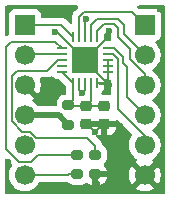
<source format=gbr>
%TF.GenerationSoftware,KiCad,Pcbnew,9.0.7*%
%TF.CreationDate,2026-01-03T11:49:46-05:00*%
%TF.ProjectId,T41-RF-board-Attenuator-daughterboard,5434312d-5246-42d6-926f-6172642d4174,rev?*%
%TF.SameCoordinates,Original*%
%TF.FileFunction,Copper,L1,Top*%
%TF.FilePolarity,Positive*%
%FSLAX46Y46*%
G04 Gerber Fmt 4.6, Leading zero omitted, Abs format (unit mm)*
G04 Created by KiCad (PCBNEW 9.0.7) date 2026-01-03 11:49:46*
%MOMM*%
%LPD*%
G01*
G04 APERTURE LIST*
G04 Aperture macros list*
%AMRoundRect*
0 Rectangle with rounded corners*
0 $1 Rounding radius*
0 $2 $3 $4 $5 $6 $7 $8 $9 X,Y pos of 4 corners*
0 Add a 4 corners polygon primitive as box body*
4,1,4,$2,$3,$4,$5,$6,$7,$8,$9,$2,$3,0*
0 Add four circle primitives for the rounded corners*
1,1,$1+$1,$2,$3*
1,1,$1+$1,$4,$5*
1,1,$1+$1,$6,$7*
1,1,$1+$1,$8,$9*
0 Add four rect primitives between the rounded corners*
20,1,$1+$1,$2,$3,$4,$5,0*
20,1,$1+$1,$4,$5,$6,$7,0*
20,1,$1+$1,$6,$7,$8,$9,0*
20,1,$1+$1,$8,$9,$2,$3,0*%
G04 Aperture macros list end*
%TA.AperFunction,SMDPad,CuDef*%
%ADD10RoundRect,0.200000X0.275000X-0.200000X0.275000X0.200000X-0.275000X0.200000X-0.275000X-0.200000X0*%
%TD*%
%TA.AperFunction,ComponentPad*%
%ADD11R,1.700000X1.700000*%
%TD*%
%TA.AperFunction,ComponentPad*%
%ADD12C,1.700000*%
%TD*%
%TA.AperFunction,SMDPad,CuDef*%
%ADD13RoundRect,0.200000X-0.275000X0.200000X-0.275000X-0.200000X0.275000X-0.200000X0.275000X0.200000X0*%
%TD*%
%TA.AperFunction,SMDPad,CuDef*%
%ADD14RoundRect,0.062500X-0.337500X-0.062500X0.337500X-0.062500X0.337500X0.062500X-0.337500X0.062500X0*%
%TD*%
%TA.AperFunction,SMDPad,CuDef*%
%ADD15RoundRect,0.062500X-0.062500X-0.337500X0.062500X-0.337500X0.062500X0.337500X-0.062500X0.337500X0*%
%TD*%
%TA.AperFunction,SMDPad,CuDef*%
%ADD16R,2.200000X2.200000*%
%TD*%
%TA.AperFunction,SMDPad,CuDef*%
%ADD17RoundRect,0.225000X0.250000X-0.225000X0.250000X0.225000X-0.250000X0.225000X-0.250000X-0.225000X0*%
%TD*%
%TA.AperFunction,ViaPad*%
%ADD18C,0.600000*%
%TD*%
%TA.AperFunction,Conductor*%
%ADD19C,0.500000*%
%TD*%
%TA.AperFunction,Conductor*%
%ADD20C,0.200000*%
%TD*%
%TA.AperFunction,Conductor*%
%ADD21C,0.150000*%
%TD*%
G04 APERTURE END LIST*
D10*
%TO.P,L1,1,1*%
%TO.N,+3V3*%
X87503000Y-71945000D03*
%TO.P,L1,2,2*%
%TO.N,Net-(U1-LE)*%
X87503000Y-70295000D03*
%TD*%
D11*
%TO.P,J1,1,Pin_1*%
%TO.N,/TC0.5*%
X83820000Y-63500000D03*
D12*
%TO.P,J1,2,Pin_2*%
%TO.N,Net-(J1-Pin_2)*%
X83820000Y-66040000D03*
%TO.P,J1,3,Pin_3*%
%TO.N,GND*%
X83820000Y-68580000D03*
%TO.P,J1,4,Pin_4*%
%TO.N,+3V3*%
X83820000Y-71120000D03*
%TO.P,J1,5,Pin_5*%
%TO.N,GND*%
X83820000Y-73660000D03*
%TO.P,J1,6,Pin_6*%
%TO.N,/TC16*%
X83820000Y-76200000D03*
%TD*%
D11*
%TO.P,J2,1,Pin_1*%
%TO.N,/TC1*%
X93980000Y-63500000D03*
D12*
%TO.P,J2,2,Pin_2*%
%TO.N,/TC2*%
X93980000Y-66040000D03*
%TO.P,J2,3,Pin_3*%
%TO.N,/TC4*%
X93980000Y-68579999D03*
%TO.P,J2,4,Pin_4*%
%TO.N,/TC8*%
X93980000Y-71120000D03*
%TO.P,J2,5,Pin_5*%
%TO.N,Net-(J2-Pin_5)*%
X93980000Y-73660000D03*
%TO.P,J2,6,Pin_6*%
%TO.N,GND*%
X93980000Y-76200000D03*
%TD*%
D13*
%TO.P,R2,1*%
%TO.N,Net-(U1-C16)*%
X88265000Y-74486000D03*
%TO.P,R2,2*%
%TO.N,/TC16*%
X88265000Y-76136000D03*
%TD*%
D14*
%TO.P,U1,1,C16*%
%TO.N,Net-(U1-C16)*%
X86966000Y-65466000D03*
%TO.P,U1,2,RF1*%
%TO.N,Net-(J1-Pin_2)*%
X86966000Y-65966000D03*
%TO.P,U1,3,Data*%
%TO.N,Net-(U1-Data)*%
X86966000Y-66466000D03*
%TO.P,U1,4,Clock*%
%TO.N,unconnected-(U1-Clock-Pad4)*%
X86966000Y-66966000D03*
%TO.P,U1,5,LE*%
%TO.N,Net-(U1-LE)*%
X86966000Y-67466000D03*
D15*
%TO.P,U1,6,VDD*%
X87916000Y-68416000D03*
%TO.P,U1,7,PUP1*%
%TO.N,GND*%
X88416000Y-68416000D03*
%TO.P,U1,8,PUP2*%
X88916000Y-68416000D03*
%TO.P,U1,9,VDD*%
%TO.N,Net-(U1-LE)*%
X89416000Y-68416000D03*
%TO.P,U1,10,GND*%
%TO.N,GND*%
X89916000Y-68416000D03*
D14*
%TO.P,U1,11,GND*%
X90866000Y-67466000D03*
%TO.P,U1,12,VSS*%
X90866000Y-66966000D03*
%TO.P,U1,13,P/S*%
X90866000Y-66466000D03*
%TO.P,U1,14,RF2*%
%TO.N,Net-(J2-Pin_5)*%
X90866000Y-65966000D03*
%TO.P,U1,15,C8*%
%TO.N,/TC8*%
X90866000Y-65466000D03*
D15*
%TO.P,U1,16,C4*%
%TO.N,/TC4*%
X89916000Y-64516000D03*
%TO.P,U1,17,C2*%
%TO.N,/TC2*%
X89416000Y-64516000D03*
%TO.P,U1,18,GND*%
%TO.N,GND*%
X88916000Y-64516000D03*
%TO.P,U1,19,C1*%
%TO.N,/TC1*%
X88416000Y-64516000D03*
%TO.P,U1,20,C0.5*%
%TO.N,/TC0.5*%
X87916000Y-64516000D03*
D16*
%TO.P,U1,21,GND*%
%TO.N,GND*%
X88916000Y-66466000D03*
%TD*%
D17*
%TO.P,C2,1*%
%TO.N,GND*%
X89027000Y-71895000D03*
%TO.P,C2,2*%
%TO.N,Net-(U1-LE)*%
X89027000Y-70345000D03*
%TD*%
%TO.P,C1,1*%
%TO.N,GND*%
X90551000Y-71895000D03*
%TO.P,C1,2*%
%TO.N,Net-(U1-LE)*%
X90551000Y-70345000D03*
%TD*%
D10*
%TO.P,R1,1*%
%TO.N,GND*%
X89789000Y-76136000D03*
%TO.P,R1,2*%
%TO.N,Net-(U1-Data)*%
X89789000Y-74486000D03*
%TD*%
D18*
%TO.N,GND*%
X91846400Y-72085200D03*
X95300800Y-72440800D03*
X85471000Y-77063600D03*
X85648800Y-62280800D03*
X89916000Y-76962000D03*
X95300800Y-62128400D03*
X91186000Y-75234800D03*
X89036171Y-63023300D03*
X86360000Y-64100000D03*
X90932000Y-64008000D03*
X86664800Y-68986400D03*
X95351600Y-67259200D03*
X89789000Y-72517000D03*
X82397600Y-75133200D03*
X90932000Y-68580000D03*
X82397600Y-62128400D03*
X88637393Y-69252771D03*
%TD*%
D19*
%TO.N,+3V3*%
X86678000Y-71120000D02*
X87503000Y-71945000D01*
X83820000Y-71120000D02*
X86678000Y-71120000D01*
D20*
%TO.N,GND*%
X90866000Y-67466000D02*
X90866000Y-68514000D01*
X88916000Y-68974164D02*
X88637393Y-69252771D01*
X90411000Y-71895000D02*
X89789000Y-72517000D01*
X88916000Y-66466000D02*
X86550000Y-64100000D01*
X88916000Y-66466000D02*
X90932000Y-64450000D01*
X86550000Y-64100000D02*
X86360000Y-64100000D01*
X89789000Y-76835000D02*
X89916000Y-76962000D01*
X88916000Y-64516000D02*
X88916000Y-63143471D01*
X90866000Y-66466000D02*
X90866000Y-67466000D01*
X89027000Y-71895000D02*
X89167000Y-71895000D01*
X88916000Y-63143471D02*
X89036171Y-63023300D01*
X88416000Y-69031378D02*
X88637393Y-69252771D01*
X90768000Y-68416000D02*
X90932000Y-68580000D01*
X89789000Y-76136000D02*
X89789000Y-76835000D01*
X90866000Y-68514000D02*
X90932000Y-68580000D01*
X88416000Y-68416000D02*
X88416000Y-69031378D01*
X89167000Y-71895000D02*
X89789000Y-72517000D01*
X90932000Y-64450000D02*
X90932000Y-64008000D01*
X88916000Y-66564000D02*
X90932000Y-68580000D01*
X90551000Y-71895000D02*
X90411000Y-71895000D01*
X90866000Y-66466000D02*
X90866000Y-68514000D01*
X88916000Y-66466000D02*
X88916000Y-66564000D01*
X88916000Y-68416000D02*
X88916000Y-68974164D01*
X89027000Y-71895000D02*
X90551000Y-71895000D01*
X89916000Y-68416000D02*
X90768000Y-68416000D01*
%TO.N,/TC8*%
X90866000Y-65466000D02*
X91348898Y-65466000D01*
X92456000Y-69596000D02*
X93980000Y-71120000D01*
X92095000Y-66695000D02*
X92456000Y-67056000D01*
X91348898Y-65466000D02*
X92095000Y-66212102D01*
X92456000Y-67056000D02*
X92456000Y-69596000D01*
X92095000Y-66212102D02*
X92095000Y-66695000D01*
%TO.N,/TC16*%
X87439000Y-76200000D02*
X87503000Y-76136000D01*
X87503000Y-76136000D02*
X88265000Y-76136000D01*
X83820000Y-76200000D02*
X87439000Y-76200000D01*
%TO.N,/TC2*%
X92202000Y-63500000D02*
X92202000Y-64262000D01*
X91694000Y-62992000D02*
X92202000Y-63500000D01*
X92202000Y-64262000D02*
X93980000Y-66040000D01*
X89416000Y-63492000D02*
X89916000Y-62992000D01*
X89416000Y-64516000D02*
X89416000Y-63492000D01*
X89916000Y-62992000D02*
X91694000Y-62992000D01*
%TO.N,/TC1*%
X88416000Y-64516000D02*
X88416000Y-62793528D01*
X92902300Y-62422300D02*
X93980000Y-63500000D01*
X88416000Y-62793528D02*
X88787228Y-62422300D01*
X88787228Y-62422300D02*
X92902300Y-62422300D01*
%TO.N,Net-(J2-Pin_5)*%
X91281798Y-65966000D02*
X91694000Y-66378202D01*
X91694000Y-66378202D02*
X91694000Y-70643890D01*
X91694000Y-70643890D02*
X93980000Y-72929890D01*
X90866000Y-65966000D02*
X91281798Y-65966000D01*
X93980000Y-72929890D02*
X93980000Y-73660000D01*
%TO.N,/TC4*%
X90531000Y-63393000D02*
X91333000Y-63393000D01*
X91694000Y-63754000D02*
X91694000Y-64516000D01*
X91333000Y-63393000D02*
X91694000Y-63754000D01*
X91694000Y-64516000D02*
X92710000Y-65532000D01*
X93980000Y-67667760D02*
X93980000Y-68579999D01*
X92710000Y-65532000D02*
X92710000Y-66397760D01*
X89916000Y-64516000D02*
X89916000Y-64008000D01*
X92710000Y-66397760D02*
X93980000Y-67667760D01*
X89916000Y-64008000D02*
X90531000Y-63393000D01*
%TO.N,/TC0.5*%
X86900000Y-63500000D02*
X87916000Y-64516000D01*
X83820000Y-63500000D02*
X86900000Y-63500000D01*
D21*
%TO.N,Net-(U1-Data)*%
X82694000Y-71645000D02*
X82694000Y-67825595D01*
X89789000Y-73724000D02*
X89113000Y-73048000D01*
X82694000Y-67825595D02*
X83155923Y-67363672D01*
X83583000Y-72534000D02*
X82694000Y-71645000D01*
X89789000Y-73724000D02*
X89789000Y-74486000D01*
X85687884Y-67363672D02*
X86585556Y-66466000D01*
X86585556Y-66466000D02*
X86966000Y-66466000D01*
X84800405Y-73048000D02*
X84286405Y-72534000D01*
X84286405Y-72534000D02*
X83583000Y-72534000D01*
X83155923Y-67363672D02*
X85687884Y-67363672D01*
X89113000Y-73048000D02*
X84800405Y-73048000D01*
%TO.N,Net-(U1-C16)*%
X84933000Y-74486000D02*
X88265000Y-74486000D01*
X82237000Y-73957405D02*
X83353595Y-75074000D01*
X83353595Y-75074000D02*
X84345000Y-75074000D01*
X82237000Y-65337000D02*
X82660000Y-64914000D01*
X86966000Y-65466000D02*
X86414000Y-64914000D01*
X84345000Y-75074000D02*
X84933000Y-74486000D01*
X82660000Y-64914000D02*
X86414000Y-64914000D01*
X82237000Y-65337000D02*
X82237000Y-73957405D01*
D20*
%TO.N,Net-(J1-Pin_2)*%
X83894000Y-65966000D02*
X83820000Y-66040000D01*
X86966000Y-65966000D02*
X83894000Y-65966000D01*
%TO.N,Net-(U1-LE)*%
X87916000Y-69882000D02*
X87503000Y-70295000D01*
X86966000Y-67466000D02*
X87916000Y-68416000D01*
X87916000Y-68416000D02*
X87916000Y-69882000D01*
X87553000Y-70345000D02*
X87503000Y-70295000D01*
X89416000Y-68416000D02*
X89416000Y-69956000D01*
X89027000Y-70345000D02*
X87553000Y-70345000D01*
X90551000Y-70345000D02*
X89027000Y-70345000D01*
X89416000Y-69956000D02*
X89027000Y-70345000D01*
%TD*%
%TA.AperFunction,Conductor*%
%TO.N,GND*%
G36*
X95657739Y-61861185D02*
G01*
X95703494Y-61913989D01*
X95714700Y-61965500D01*
X95714700Y-77683700D01*
X95695015Y-77750739D01*
X95642211Y-77796494D01*
X95590700Y-77807700D01*
X82285500Y-77807700D01*
X82218461Y-77788015D01*
X82172706Y-77735211D01*
X82161500Y-77683700D01*
X82161500Y-74995147D01*
X82181185Y-74928108D01*
X82233989Y-74882353D01*
X82303147Y-74872409D01*
X82366703Y-74901434D01*
X82373181Y-74907466D01*
X82713337Y-75247622D01*
X82746822Y-75308945D01*
X82741838Y-75378637D01*
X82725975Y-75408188D01*
X82664948Y-75492184D01*
X82568444Y-75681585D01*
X82502753Y-75883760D01*
X82469500Y-76093713D01*
X82469500Y-76306286D01*
X82502735Y-76516127D01*
X82502754Y-76516243D01*
X82538288Y-76625606D01*
X82568444Y-76718414D01*
X82664951Y-76907820D01*
X82789890Y-77079786D01*
X82940213Y-77230109D01*
X83112179Y-77355048D01*
X83112181Y-77355049D01*
X83112184Y-77355051D01*
X83301588Y-77451557D01*
X83503757Y-77517246D01*
X83713713Y-77550500D01*
X83713714Y-77550500D01*
X83926286Y-77550500D01*
X83926287Y-77550500D01*
X84136243Y-77517246D01*
X84338412Y-77451557D01*
X84527816Y-77355051D01*
X84582572Y-77315269D01*
X84699786Y-77230109D01*
X84699788Y-77230106D01*
X84699792Y-77230104D01*
X84850104Y-77079792D01*
X84850106Y-77079788D01*
X84850109Y-77079786D01*
X84922986Y-76979478D01*
X84975051Y-76907816D01*
X84975349Y-76907230D01*
X84995235Y-76868205D01*
X85043209Y-76817409D01*
X85105719Y-76800500D01*
X87352333Y-76800500D01*
X87359939Y-76800500D01*
X87359943Y-76800501D01*
X87412484Y-76800501D01*
X87451854Y-76812061D01*
X87479521Y-76820186D01*
X87479523Y-76820187D01*
X87479524Y-76820189D01*
X87500158Y-76836815D01*
X87554815Y-76891472D01*
X87700394Y-76979478D01*
X87862804Y-77030086D01*
X87933384Y-77036500D01*
X87933387Y-77036500D01*
X88596613Y-77036500D01*
X88596616Y-77036500D01*
X88667196Y-77030086D01*
X88829606Y-76979478D01*
X88963336Y-76898634D01*
X89030887Y-76880799D01*
X89091633Y-76898635D01*
X89224604Y-76979019D01*
X89224603Y-76979019D01*
X89386894Y-77029590D01*
X89386892Y-77029590D01*
X89457418Y-77035999D01*
X90039000Y-77035999D01*
X90120581Y-77035999D01*
X90191102Y-77029591D01*
X90191107Y-77029590D01*
X90353396Y-76979018D01*
X90498877Y-76891072D01*
X90619072Y-76770877D01*
X90707019Y-76625395D01*
X90757590Y-76463106D01*
X90764000Y-76392572D01*
X90764000Y-76386000D01*
X90039000Y-76386000D01*
X90039000Y-77035999D01*
X89457418Y-77035999D01*
X89538999Y-77035998D01*
X89539000Y-77035998D01*
X89539000Y-76260000D01*
X89558685Y-76192961D01*
X89611489Y-76147206D01*
X89663000Y-76136000D01*
X89789000Y-76136000D01*
X89789000Y-76010000D01*
X89808685Y-75942961D01*
X89861489Y-75897206D01*
X89913000Y-75886000D01*
X90763999Y-75886000D01*
X90763999Y-75879417D01*
X90757591Y-75808897D01*
X90757590Y-75808892D01*
X90707018Y-75646603D01*
X90619072Y-75501122D01*
X90516984Y-75399034D01*
X90483499Y-75337711D01*
X90488483Y-75268019D01*
X90516983Y-75223673D01*
X90619472Y-75121185D01*
X90707478Y-74975606D01*
X90758086Y-74813196D01*
X90764500Y-74742616D01*
X90764500Y-74229384D01*
X90758086Y-74158804D01*
X90707478Y-73996394D01*
X90619472Y-73850815D01*
X90619470Y-73850813D01*
X90619469Y-73850811D01*
X90499188Y-73730530D01*
X90407485Y-73675092D01*
X90360299Y-73623563D01*
X90351862Y-73601069D01*
X90351240Y-73598751D01*
X90325281Y-73501865D01*
X90278665Y-73421124D01*
X90249515Y-73370635D01*
X90142365Y-73263485D01*
X89865804Y-72986924D01*
X89832319Y-72925601D01*
X89837303Y-72855909D01*
X89879175Y-72799976D01*
X89944639Y-72775559D01*
X89992489Y-72781537D01*
X90153393Y-72834855D01*
X90252683Y-72844999D01*
X90801000Y-72844999D01*
X90849308Y-72844999D01*
X90849322Y-72844998D01*
X90948607Y-72834855D01*
X91109481Y-72781547D01*
X91109492Y-72781542D01*
X91253728Y-72692575D01*
X91253732Y-72692572D01*
X91373572Y-72572732D01*
X91373575Y-72572728D01*
X91462542Y-72428492D01*
X91462547Y-72428481D01*
X91515855Y-72267606D01*
X91525999Y-72168322D01*
X91526000Y-72168309D01*
X91526000Y-72145000D01*
X90801000Y-72145000D01*
X90801000Y-72844999D01*
X90252683Y-72844999D01*
X90300999Y-72844998D01*
X90301000Y-72844998D01*
X90301000Y-72145000D01*
X89151000Y-72145000D01*
X89083961Y-72125315D01*
X89038206Y-72072511D01*
X89027000Y-72021000D01*
X89027000Y-71769000D01*
X89046685Y-71701961D01*
X89099489Y-71656206D01*
X89151000Y-71645000D01*
X91525999Y-71645000D01*
X91525999Y-71624486D01*
X91545684Y-71557447D01*
X91598488Y-71511692D01*
X91667646Y-71501748D01*
X91731202Y-71530773D01*
X91737680Y-71536805D01*
X92888132Y-72687257D01*
X92921617Y-72748580D01*
X92916633Y-72818272D01*
X92900770Y-72847822D01*
X92824950Y-72952181D01*
X92728444Y-73141585D01*
X92662753Y-73343760D01*
X92650500Y-73421124D01*
X92629500Y-73553713D01*
X92629500Y-73766287D01*
X92662754Y-73976243D01*
X92669301Y-73996394D01*
X92728444Y-74178414D01*
X92824951Y-74367820D01*
X92949890Y-74539786D01*
X93100213Y-74690109D01*
X93272179Y-74815048D01*
X93272181Y-74815049D01*
X93272184Y-74815051D01*
X93281493Y-74819794D01*
X93332290Y-74867766D01*
X93349087Y-74935587D01*
X93326552Y-75001722D01*
X93281505Y-75040760D01*
X93272446Y-75045376D01*
X93272440Y-75045380D01*
X93218282Y-75084727D01*
X93218282Y-75084728D01*
X93850591Y-75717037D01*
X93787007Y-75734075D01*
X93672993Y-75799901D01*
X93579901Y-75892993D01*
X93514075Y-76007007D01*
X93497037Y-76070591D01*
X92864728Y-75438282D01*
X92864727Y-75438282D01*
X92825380Y-75492439D01*
X92728904Y-75681782D01*
X92663242Y-75883869D01*
X92663242Y-75883872D01*
X92630000Y-76093753D01*
X92630000Y-76306246D01*
X92663242Y-76516127D01*
X92663242Y-76516130D01*
X92728904Y-76718217D01*
X92825375Y-76907550D01*
X92864728Y-76961716D01*
X93497037Y-76329408D01*
X93514075Y-76392993D01*
X93579901Y-76507007D01*
X93672993Y-76600099D01*
X93787007Y-76665925D01*
X93850590Y-76682962D01*
X93218282Y-77315269D01*
X93218282Y-77315270D01*
X93272449Y-77354624D01*
X93461782Y-77451095D01*
X93663870Y-77516757D01*
X93873754Y-77550000D01*
X94086246Y-77550000D01*
X94296127Y-77516757D01*
X94296130Y-77516757D01*
X94498217Y-77451095D01*
X94687554Y-77354622D01*
X94741716Y-77315270D01*
X94741717Y-77315270D01*
X94109408Y-76682962D01*
X94172993Y-76665925D01*
X94287007Y-76600099D01*
X94380099Y-76507007D01*
X94445925Y-76392993D01*
X94462962Y-76329408D01*
X95095270Y-76961717D01*
X95095270Y-76961716D01*
X95134622Y-76907554D01*
X95231095Y-76718217D01*
X95296757Y-76516130D01*
X95296757Y-76516127D01*
X95330000Y-76306246D01*
X95330000Y-76093753D01*
X95296757Y-75883872D01*
X95296757Y-75883869D01*
X95231095Y-75681782D01*
X95134624Y-75492449D01*
X95095270Y-75438282D01*
X95095269Y-75438282D01*
X94462962Y-76070590D01*
X94445925Y-76007007D01*
X94380099Y-75892993D01*
X94287007Y-75799901D01*
X94172993Y-75734075D01*
X94109409Y-75717037D01*
X94741716Y-75084728D01*
X94687547Y-75045373D01*
X94687547Y-75045372D01*
X94678500Y-75040763D01*
X94627706Y-74992788D01*
X94610912Y-74924966D01*
X94633451Y-74858832D01*
X94678508Y-74819793D01*
X94687816Y-74815051D01*
X94787519Y-74742613D01*
X94859786Y-74690109D01*
X94859788Y-74690106D01*
X94859792Y-74690104D01*
X95010104Y-74539792D01*
X95010106Y-74539788D01*
X95010109Y-74539786D01*
X95135048Y-74367820D01*
X95135047Y-74367820D01*
X95135051Y-74367816D01*
X95231557Y-74178412D01*
X95297246Y-73976243D01*
X95330500Y-73766287D01*
X95330500Y-73553713D01*
X95297246Y-73343757D01*
X95231557Y-73141588D01*
X95135051Y-72952184D01*
X95135049Y-72952181D01*
X95135048Y-72952179D01*
X95010109Y-72780213D01*
X94859786Y-72629890D01*
X94687820Y-72504951D01*
X94687115Y-72504591D01*
X94679054Y-72500485D01*
X94628259Y-72452512D01*
X94611463Y-72384692D01*
X94633999Y-72318556D01*
X94679054Y-72279515D01*
X94687816Y-72275051D01*
X94709789Y-72259086D01*
X94859786Y-72150109D01*
X94859788Y-72150106D01*
X94859792Y-72150104D01*
X95010104Y-71999792D01*
X95010106Y-71999788D01*
X95010109Y-71999786D01*
X95135048Y-71827820D01*
X95135047Y-71827820D01*
X95135051Y-71827816D01*
X95231557Y-71638412D01*
X95297246Y-71436243D01*
X95330500Y-71226287D01*
X95330500Y-71013713D01*
X95297246Y-70803757D01*
X95231557Y-70601588D01*
X95135051Y-70412184D01*
X95135049Y-70412181D01*
X95135048Y-70412179D01*
X95010109Y-70240213D01*
X94859786Y-70089890D01*
X94687817Y-69964949D01*
X94679052Y-69960483D01*
X94628257Y-69912508D01*
X94611462Y-69844687D01*
X94634000Y-69778552D01*
X94679056Y-69739513D01*
X94687816Y-69735050D01*
X94687818Y-69735048D01*
X94687821Y-69735047D01*
X94859786Y-69610108D01*
X94859788Y-69610105D01*
X94859792Y-69610103D01*
X95010104Y-69459791D01*
X95010106Y-69459787D01*
X95010109Y-69459785D01*
X95135048Y-69287819D01*
X95135047Y-69287819D01*
X95135051Y-69287815D01*
X95231557Y-69098411D01*
X95297246Y-68896242D01*
X95330500Y-68686286D01*
X95330500Y-68473712D01*
X95297246Y-68263756D01*
X95231557Y-68061587D01*
X95135051Y-67872183D01*
X95135049Y-67872180D01*
X95135048Y-67872178D01*
X95010109Y-67700212D01*
X94859786Y-67549889D01*
X94687817Y-67424948D01*
X94679054Y-67420483D01*
X94628258Y-67372508D01*
X94611464Y-67304687D01*
X94634002Y-67238552D01*
X94679058Y-67199513D01*
X94687816Y-67195051D01*
X94709789Y-67179086D01*
X94859786Y-67070109D01*
X94859788Y-67070106D01*
X94859792Y-67070104D01*
X95010104Y-66919792D01*
X95010106Y-66919788D01*
X95010109Y-66919786D01*
X95135048Y-66747820D01*
X95135047Y-66747820D01*
X95135051Y-66747816D01*
X95231557Y-66558412D01*
X95297246Y-66356243D01*
X95330500Y-66146287D01*
X95330500Y-65933713D01*
X95297246Y-65723757D01*
X95231557Y-65521588D01*
X95135051Y-65332184D01*
X95135049Y-65332181D01*
X95135048Y-65332179D01*
X95010109Y-65160213D01*
X94896569Y-65046673D01*
X94863084Y-64985350D01*
X94868068Y-64915658D01*
X94909940Y-64859725D01*
X94940915Y-64842810D01*
X95072331Y-64793796D01*
X95187546Y-64707546D01*
X95273796Y-64592331D01*
X95324091Y-64457483D01*
X95330500Y-64397873D01*
X95330499Y-62602128D01*
X95324091Y-62542517D01*
X95308046Y-62499499D01*
X95273797Y-62407671D01*
X95273793Y-62407664D01*
X95187547Y-62292455D01*
X95187544Y-62292452D01*
X95072335Y-62206206D01*
X95072328Y-62206202D01*
X94937482Y-62155908D01*
X94937483Y-62155908D01*
X94877883Y-62149501D01*
X94877881Y-62149500D01*
X94877873Y-62149500D01*
X94877865Y-62149500D01*
X93530097Y-62149500D01*
X93500656Y-62140855D01*
X93470670Y-62134332D01*
X93465654Y-62130577D01*
X93463058Y-62129815D01*
X93442416Y-62113181D01*
X93389890Y-62060655D01*
X93389888Y-62060652D01*
X93382417Y-62053181D01*
X93379733Y-62048265D01*
X93374397Y-62041757D01*
X93374395Y-62041754D01*
X93375701Y-62040882D01*
X93348932Y-61991858D01*
X93353916Y-61922166D01*
X93395788Y-61866233D01*
X93461252Y-61841816D01*
X93470098Y-61841500D01*
X95590700Y-61841500D01*
X95657739Y-61861185D01*
G37*
%TD.AperFunction*%
%TA.AperFunction,Conductor*%
G36*
X86153412Y-67843130D02*
G01*
X86179861Y-67868651D01*
X86211956Y-67910478D01*
X86226964Y-67930036D01*
X86344571Y-68020279D01*
X86481528Y-68077009D01*
X86591599Y-68091500D01*
X86690902Y-68091499D01*
X86757940Y-68111183D01*
X86778583Y-68127818D01*
X87254181Y-68603416D01*
X87287666Y-68664739D01*
X87290500Y-68691096D01*
X87290500Y-68790401D01*
X87304990Y-68900470D01*
X87304991Y-68900472D01*
X87306059Y-68903051D01*
X87315500Y-68950507D01*
X87315500Y-69270500D01*
X87295815Y-69337539D01*
X87243011Y-69383294D01*
X87191500Y-69394500D01*
X87171384Y-69394500D01*
X87152145Y-69396248D01*
X87100807Y-69400913D01*
X86938393Y-69451522D01*
X86792811Y-69539530D01*
X86672530Y-69659811D01*
X86584522Y-69805393D01*
X86533913Y-69967807D01*
X86527500Y-70038386D01*
X86527500Y-70245500D01*
X86507815Y-70312539D01*
X86455011Y-70358294D01*
X86403500Y-70369500D01*
X85007221Y-70369500D01*
X84940182Y-70349815D01*
X84906903Y-70318385D01*
X84850107Y-70240211D01*
X84699786Y-70089890D01*
X84527817Y-69964949D01*
X84518504Y-69960204D01*
X84467707Y-69912230D01*
X84450912Y-69844409D01*
X84473449Y-69778274D01*
X84518507Y-69739232D01*
X84527555Y-69734622D01*
X84581716Y-69695270D01*
X84581717Y-69695270D01*
X83949409Y-69062962D01*
X84012993Y-69045925D01*
X84127007Y-68980099D01*
X84220099Y-68887007D01*
X84285925Y-68772993D01*
X84302962Y-68709409D01*
X84935270Y-69341717D01*
X84935270Y-69341716D01*
X84974622Y-69287554D01*
X85071095Y-69098217D01*
X85136757Y-68896130D01*
X85136757Y-68896127D01*
X85170000Y-68686246D01*
X85170000Y-68473753D01*
X85136757Y-68263872D01*
X85136757Y-68263869D01*
X85083997Y-68101490D01*
X85082002Y-68031649D01*
X85118082Y-67971816D01*
X85180783Y-67940988D01*
X85201928Y-67939172D01*
X85763648Y-67939172D01*
X85763650Y-67939172D01*
X85910019Y-67899953D01*
X86019486Y-67836751D01*
X86087385Y-67820278D01*
X86153412Y-67843130D01*
G37*
%TD.AperFunction*%
%TA.AperFunction,Conductor*%
G36*
X90889254Y-68026901D02*
G01*
X90909476Y-68027706D01*
X90933683Y-68039947D01*
X90936877Y-68040885D01*
X90939133Y-68042703D01*
X90940972Y-68043633D01*
X91040634Y-68113433D01*
X91084253Y-68168014D01*
X91093500Y-68215000D01*
X91093500Y-69282292D01*
X91073815Y-69349331D01*
X91021011Y-69395086D01*
X90955527Y-69404501D01*
X90955442Y-69405339D01*
X90952087Y-69404996D01*
X90951853Y-69405030D01*
X90951098Y-69404895D01*
X90849352Y-69394500D01*
X90432431Y-69394500D01*
X90365392Y-69374815D01*
X90319637Y-69322011D01*
X90309693Y-69252853D01*
X90338718Y-69189297D01*
X90356946Y-69172123D01*
X90379678Y-69154680D01*
X90469843Y-69037175D01*
X90526521Y-68900342D01*
X90526521Y-68900341D01*
X90540999Y-68790377D01*
X90541000Y-68790363D01*
X90541000Y-68541000D01*
X90165500Y-68541000D01*
X90156844Y-68538458D01*
X90147914Y-68539747D01*
X90123838Y-68528766D01*
X90098461Y-68521315D01*
X90092554Y-68514498D01*
X90084344Y-68510754D01*
X90070026Y-68488500D01*
X90052706Y-68468511D01*
X90050423Y-68458029D01*
X90046540Y-68451994D01*
X90041500Y-68417062D01*
X90041499Y-68415062D01*
X90061150Y-68348013D01*
X90113931Y-68302231D01*
X90165499Y-68291000D01*
X90541000Y-68291000D01*
X90541000Y-68215000D01*
X90560685Y-68147961D01*
X90613489Y-68102206D01*
X90665000Y-68091000D01*
X90741000Y-68091000D01*
X90774481Y-68057519D01*
X90835804Y-68024034D01*
X90862162Y-68021200D01*
X90869838Y-68021200D01*
X90889254Y-68026901D01*
G37*
%TD.AperFunction*%
%TA.AperFunction,Conductor*%
G36*
X91036539Y-64013185D02*
G01*
X91082294Y-64065989D01*
X91093500Y-64117500D01*
X91093500Y-64429330D01*
X91093499Y-64429348D01*
X91093499Y-64595054D01*
X91093498Y-64595054D01*
X91093499Y-64595057D01*
X91117440Y-64684408D01*
X91115778Y-64754256D01*
X91076616Y-64812119D01*
X91012388Y-64839623D01*
X90997666Y-64840500D01*
X90665499Y-64840500D01*
X90598460Y-64820815D01*
X90552705Y-64768011D01*
X90541499Y-64716500D01*
X90541499Y-64283097D01*
X90550143Y-64253656D01*
X90556667Y-64223670D01*
X90560421Y-64218654D01*
X90561184Y-64216058D01*
X90577813Y-64195420D01*
X90743417Y-64029816D01*
X90804739Y-63996334D01*
X90831097Y-63993500D01*
X90969500Y-63993500D01*
X91036539Y-64013185D01*
G37*
%TD.AperFunction*%
%TA.AperFunction,Conductor*%
G36*
X88286469Y-61861185D02*
G01*
X88332224Y-61913989D01*
X88342168Y-61983147D01*
X88313143Y-62046703D01*
X88307115Y-62053176D01*
X88154089Y-62206202D01*
X88040217Y-62320074D01*
X88040214Y-62320076D01*
X88040215Y-62320077D01*
X87935478Y-62424814D01*
X87935475Y-62424818D01*
X87892359Y-62499499D01*
X87892359Y-62499500D01*
X87856423Y-62561743D01*
X87815499Y-62714471D01*
X87815499Y-62714473D01*
X87815499Y-62882574D01*
X87815500Y-62882587D01*
X87815500Y-63266903D01*
X87795815Y-63333942D01*
X87743011Y-63379697D01*
X87673853Y-63389641D01*
X87610297Y-63360616D01*
X87603819Y-63354584D01*
X87387590Y-63138355D01*
X87387588Y-63138352D01*
X87268717Y-63019481D01*
X87268716Y-63019480D01*
X87181904Y-62969360D01*
X87181904Y-62969359D01*
X87181900Y-62969358D01*
X87131785Y-62940423D01*
X86979057Y-62899499D01*
X86820943Y-62899499D01*
X86813347Y-62899499D01*
X86813331Y-62899500D01*
X85294499Y-62899500D01*
X85227460Y-62879815D01*
X85181705Y-62827011D01*
X85170499Y-62775500D01*
X85170499Y-62602129D01*
X85170498Y-62602123D01*
X85170497Y-62602116D01*
X85164091Y-62542517D01*
X85148046Y-62499499D01*
X85113797Y-62407671D01*
X85113793Y-62407664D01*
X85027547Y-62292455D01*
X85027544Y-62292452D01*
X84912335Y-62206206D01*
X84912328Y-62206202D01*
X84777482Y-62155908D01*
X84777483Y-62155908D01*
X84717883Y-62149501D01*
X84717881Y-62149500D01*
X84717873Y-62149500D01*
X84717864Y-62149500D01*
X82922129Y-62149500D01*
X82922123Y-62149501D01*
X82862516Y-62155908D01*
X82727671Y-62206202D01*
X82727664Y-62206206D01*
X82612455Y-62292452D01*
X82612452Y-62292455D01*
X82526206Y-62407664D01*
X82526202Y-62407671D01*
X82475908Y-62542517D01*
X82469501Y-62602116D01*
X82469501Y-62602123D01*
X82469500Y-62602135D01*
X82469500Y-64287862D01*
X82466118Y-64299379D01*
X82467259Y-64311328D01*
X82456456Y-64332282D01*
X82449815Y-64354901D01*
X82439944Y-64364312D01*
X82435244Y-64373431D01*
X82407501Y-64395248D01*
X82347501Y-64429890D01*
X82279601Y-64446364D01*
X82213574Y-64423512D01*
X82170383Y-64368592D01*
X82161500Y-64322504D01*
X82161500Y-61965500D01*
X82181185Y-61898461D01*
X82233989Y-61852706D01*
X82285500Y-61841500D01*
X88219430Y-61841500D01*
X88286469Y-61861185D01*
G37*
%TD.AperFunction*%
%TD*%
M02*

</source>
